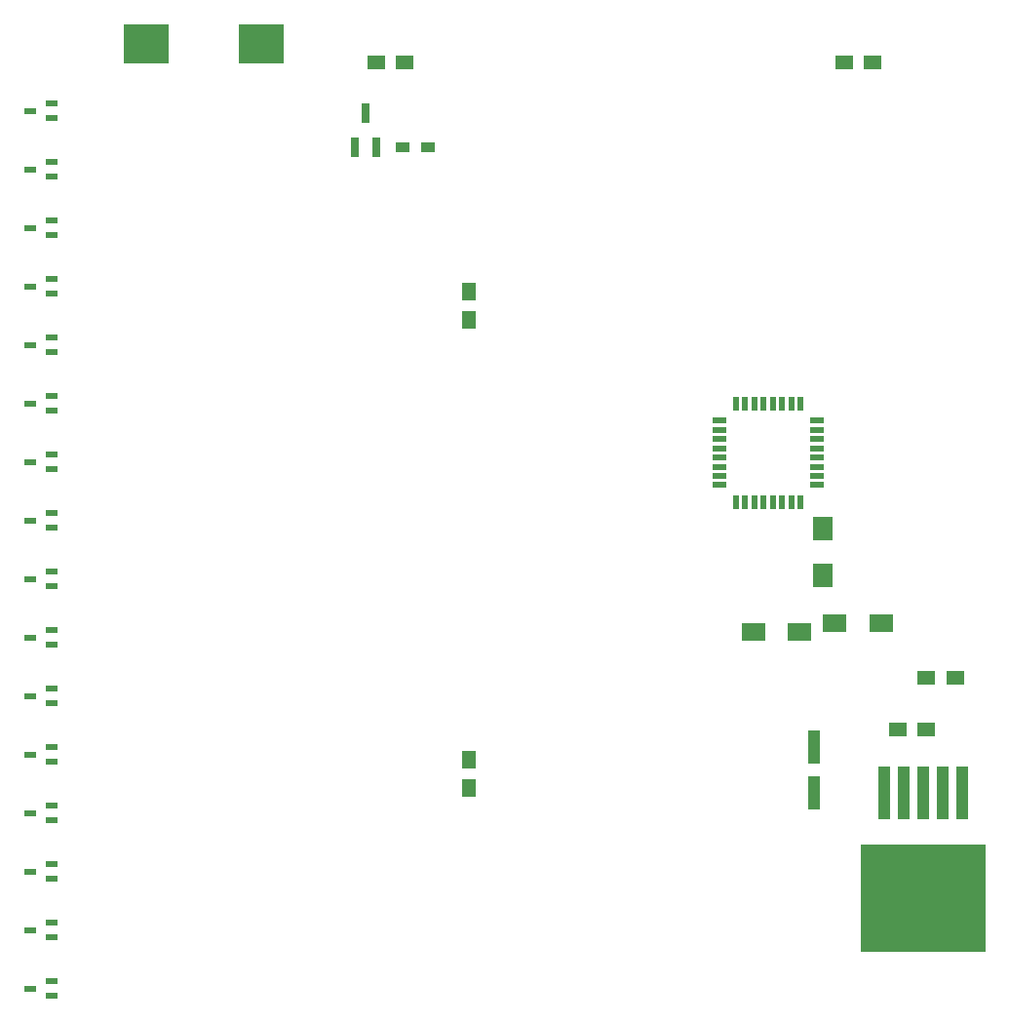
<source format=gbp>
G04 #@! TF.FileFunction,Paste,Bot*
%FSLAX46Y46*%
G04 Gerber Fmt 4.6, Leading zero omitted, Abs format (unit mm)*
G04 Created by KiCad (PCBNEW 4.0.2+dfsg1-stable) date ven. 05 janv. 2018 23:32:36 CET*
%MOMM*%
G01*
G04 APERTURE LIST*
%ADD10C,0.100000*%
%ADD11R,0.600000X1.200000*%
%ADD12R,1.200000X0.600000*%
%ADD13R,1.250000X1.500000*%
%ADD14R,1.500000X1.250000*%
%ADD15R,0.800100X1.800860*%
%ADD16R,4.000000X3.400000*%
%ADD17R,1.200000X0.900000*%
%ADD18R,1.000760X0.599440*%
%ADD19R,1.000000X3.000000*%
%ADD20R,1.100000X4.600000*%
%ADD21R,10.800000X9.400000*%
%ADD22R,2.000000X1.600000*%
%ADD23R,1.700000X2.000000*%
G04 APERTURE END LIST*
D10*
D11*
X175330000Y-109750000D03*
X174530000Y-109750000D03*
X173730000Y-109750000D03*
X172930000Y-109750000D03*
X172130000Y-109750000D03*
X171330000Y-109750000D03*
X170530000Y-109750000D03*
X169730000Y-109750000D03*
D12*
X168280000Y-108300000D03*
X168280000Y-107500000D03*
X168280000Y-106700000D03*
X168280000Y-105900000D03*
X168280000Y-105100000D03*
X168280000Y-104300000D03*
X168280000Y-103500000D03*
X168280000Y-102700000D03*
D11*
X169730000Y-101250000D03*
X170530000Y-101250000D03*
X171330000Y-101250000D03*
X172130000Y-101250000D03*
X172930000Y-101250000D03*
X173730000Y-101250000D03*
X174530000Y-101250000D03*
X175330000Y-101250000D03*
D12*
X176780000Y-102700000D03*
X176780000Y-103500000D03*
X176780000Y-104300000D03*
X176780000Y-105100000D03*
X176780000Y-105900000D03*
X176780000Y-106700000D03*
X176780000Y-107500000D03*
X176780000Y-108300000D03*
D13*
X146558000Y-134600000D03*
X146558000Y-132100000D03*
X146558000Y-93960000D03*
X146558000Y-91460000D03*
D14*
X183750000Y-129500000D03*
X186250000Y-129500000D03*
X188750000Y-125000000D03*
X186250000Y-125000000D03*
X179090000Y-71628000D03*
X181590000Y-71628000D03*
X138450000Y-71628000D03*
X140950000Y-71628000D03*
D15*
X138491000Y-78971140D03*
X136591000Y-78971140D03*
X137541000Y-75968860D03*
D16*
X118500000Y-70000000D03*
X128500000Y-70000000D03*
D17*
X140759000Y-78994000D03*
X142959000Y-78994000D03*
D18*
X110296960Y-76469240D03*
X110296960Y-75168760D03*
X108397040Y-75819000D03*
X110296960Y-81549240D03*
X110296960Y-80248760D03*
X108397040Y-80899000D03*
X110296960Y-86629240D03*
X110296960Y-85328760D03*
X108397040Y-85979000D03*
X110296960Y-91709240D03*
X110296960Y-90408760D03*
X108397040Y-91059000D03*
X110296960Y-96789240D03*
X110296960Y-95488760D03*
X108397040Y-96139000D03*
X110296960Y-101869240D03*
X110296960Y-100568760D03*
X108397040Y-101219000D03*
X110296960Y-106949240D03*
X110296960Y-105648760D03*
X108397040Y-106299000D03*
X110296960Y-112029240D03*
X110296960Y-110728760D03*
X108397040Y-111379000D03*
X110296960Y-117109240D03*
X110296960Y-115808760D03*
X108397040Y-116459000D03*
X110296960Y-122189240D03*
X110296960Y-120888760D03*
X108397040Y-121539000D03*
X110296960Y-127269240D03*
X110296960Y-125968760D03*
X108397040Y-126619000D03*
X110296960Y-132349240D03*
X110296960Y-131048760D03*
X108397040Y-131699000D03*
X110296960Y-137429240D03*
X110296960Y-136128760D03*
X108397040Y-136779000D03*
X110296960Y-142509240D03*
X110296960Y-141208760D03*
X108397040Y-141859000D03*
X110296960Y-147589240D03*
X110296960Y-146288760D03*
X108397040Y-146939000D03*
X110296960Y-152669240D03*
X110296960Y-151368760D03*
X108397040Y-152019000D03*
D19*
X176500000Y-135000000D03*
X176500000Y-131000000D03*
D20*
X189400000Y-135000000D03*
X187700000Y-135000000D03*
X184300000Y-135000000D03*
D21*
X186000000Y-144150000D03*
D20*
X186000000Y-135000000D03*
X182600000Y-135000000D03*
D22*
X178320000Y-120260000D03*
X182320000Y-120260000D03*
X171230000Y-121070000D03*
X175230000Y-121070000D03*
D23*
X177250000Y-112100000D03*
X177250000Y-116100000D03*
M02*

</source>
